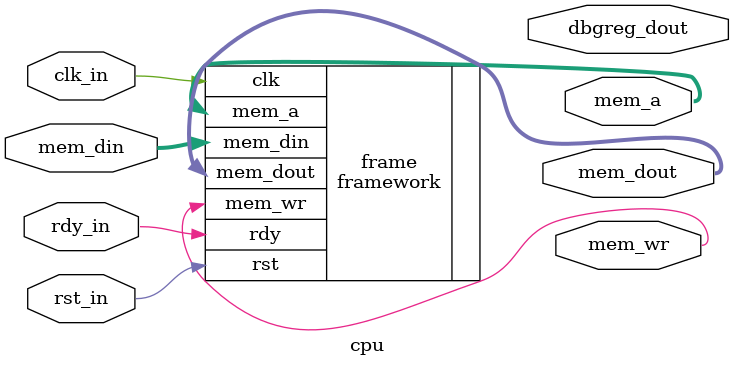
<source format=v>
`include "define.v"
module cpu(
    input  wire                 clk_in,			// system clock signal
    input  wire                 rst_in,			// reset signal
	  input  wire					        rdy_in,			// ready signal, pause cpu when low

    input  wire [ 7:0]          mem_din,		// data input bus
    output wire [ 7:0]          mem_dout,		// data output bus
    output wire [31:0]          mem_a,			// address bus (only 17:0 is used)
    output wire                 mem_wr,			// write/read signal (1 for write)

	output wire [31:0]			dbgreg_dout		// cpu register output (debugging demo)
);

// implementation goes here

// Specifications:
// - Pause cpu(freeze pc, registers, etc.) when rdy_in is low
// - Memory read takes 2 cycles(wait till next cycle), write takes 1 cycle(no need to wait)
// - Memory is of size 128KB, with valid address ranging from 0x0 to 0x20000
// - I/O port is mapped to address higher than 0x30000 (mem_a[17:16]==2'b11)
// - 0x30000 read: read a byte from input
// - 0x30000 write: write a byte to output (write 0x00 is ignored)
// - 0x30004 read: read clocks passed since cpu starts (in dword, 4 bytes)
// - 0x30004 write: indicates program stop (will output '\0' through uart tx)

framework frame(
    .clk(clk_in),
    .rst(rst_in),
    .rdy(rdy_in),
    .mem_din(mem_din),
    .mem_dout(mem_dout),
    .mem_a(mem_a),
    .mem_wr(mem_wr)
);

endmodule
</source>
